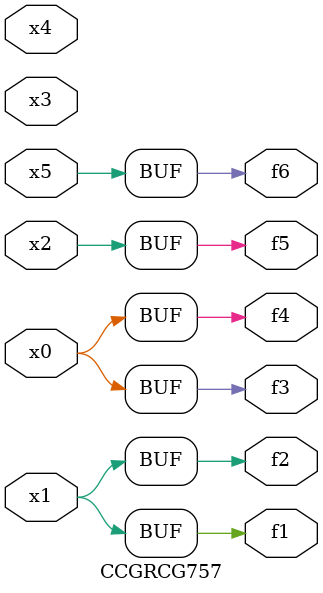
<source format=v>
module CCGRCG757(
	input x0, x1, x2, x3, x4, x5,
	output f1, f2, f3, f4, f5, f6
);
	assign f1 = x1;
	assign f2 = x1;
	assign f3 = x0;
	assign f4 = x0;
	assign f5 = x2;
	assign f6 = x5;
endmodule

</source>
